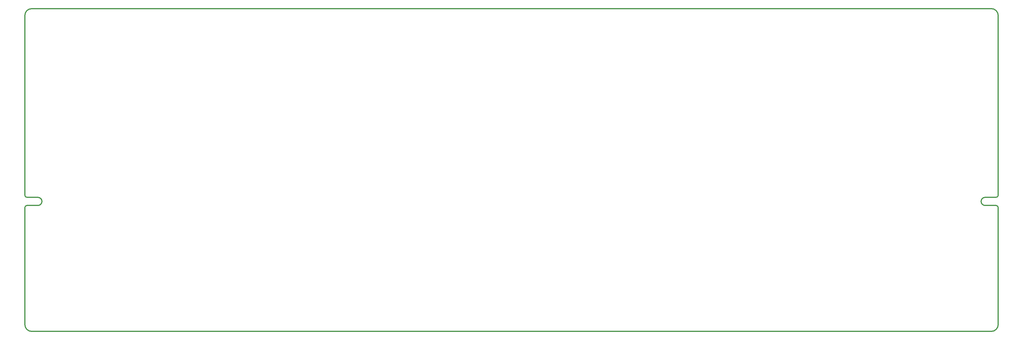
<source format=gbr>
%TF.GenerationSoftware,KiCad,Pcbnew,(5.1.9-0-10_14)*%
%TF.CreationDate,2021-01-17T11:24:12+09:00*%
%TF.ProjectId,Jones_plate_bottom,4a6f6e65-735f-4706-9c61-74655f626f74,rev?*%
%TF.SameCoordinates,Original*%
%TF.FileFunction,Profile,NP*%
%FSLAX46Y46*%
G04 Gerber Fmt 4.6, Leading zero omitted, Abs format (unit mm)*
G04 Created by KiCad (PCBNEW (5.1.9-0-10_14)) date 2021-01-17 11:24:12*
%MOMM*%
%LPD*%
G01*
G04 APERTURE LIST*
%TA.AperFunction,Profile*%
%ADD10C,0.300000*%
%TD*%
G04 APERTURE END LIST*
D10*
%TO.C,REF\u002A\u002A*%
X296624960Y-74774600D02*
X299824960Y-74774600D01*
X299824960Y-72374600D02*
X296624960Y-72374600D01*
X298424960Y-17074600D02*
X17424960Y-17074600D01*
X15424960Y-109674600D02*
X15424960Y-75374600D01*
X16024960Y-74774600D02*
X19224960Y-74774600D01*
X19224960Y-72374600D02*
X16024960Y-72374600D01*
X15424960Y-71774600D02*
X15424960Y-19074600D01*
X300424960Y-75374600D02*
X300424960Y-109674600D01*
X300424960Y-71774600D02*
X300424960Y-19074600D01*
X298424960Y-111674600D02*
X17424960Y-111674600D01*
X20424960Y-73574600D02*
G75*
G03*
X19224960Y-72374600I-1200000J0D01*
G01*
X300424960Y-19074600D02*
G75*
G03*
X298424960Y-17074600I-2000000J0D01*
G01*
X298424960Y-111674600D02*
G75*
G03*
X300424960Y-109674600I0J2000000D01*
G01*
X15424960Y-109674600D02*
G75*
G03*
X17424960Y-111674600I2000000J0D01*
G01*
X17424960Y-17074600D02*
G75*
G03*
X15424960Y-19074600I0J-2000000D01*
G01*
X19224960Y-74774600D02*
G75*
G03*
X20424960Y-73574600I0J1200000D01*
G01*
X16024960Y-72374600D02*
G75*
G02*
X15424960Y-71774600I0J600000D01*
G01*
X15424960Y-75374600D02*
G75*
G02*
X16024960Y-74774600I600000J0D01*
G01*
X299824960Y-74774600D02*
G75*
G02*
X300424960Y-75374600I0J-600000D01*
G01*
X296624960Y-72374600D02*
G75*
G03*
X295424960Y-73574600I0J-1200000D01*
G01*
X300424960Y-71774600D02*
G75*
G02*
X299824960Y-72374600I-600000J0D01*
G01*
X295424960Y-73574600D02*
G75*
G03*
X296624960Y-74774600I1200000J0D01*
G01*
%TD*%
M02*

</source>
